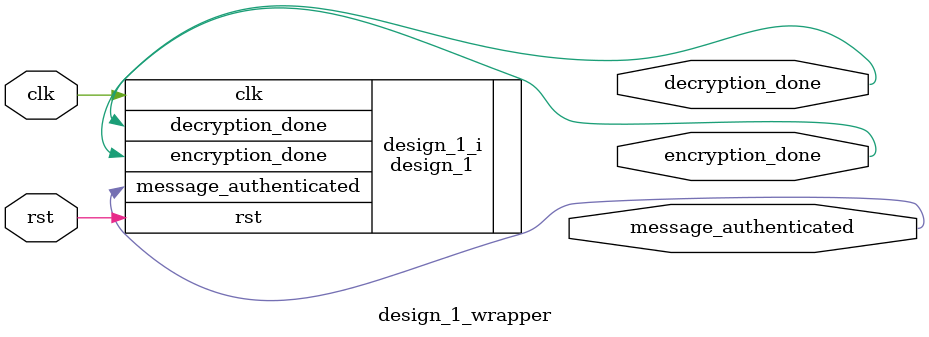
<source format=v>
`timescale 1 ps / 1 ps

module design_1_wrapper
   (clk,
    decryption_done,
    encryption_done,
    message_authenticated,
    rst);
  input clk;
  output decryption_done;
  output encryption_done;
  output message_authenticated;
  input rst;

  wire clk;
  wire decryption_done;
  wire encryption_done;
  wire message_authenticated;
  wire rst;

  design_1 design_1_i
       (.clk(clk),
        .decryption_done(decryption_done),
        .encryption_done(encryption_done),
        .message_authenticated(message_authenticated),
        .rst(rst));
endmodule

</source>
